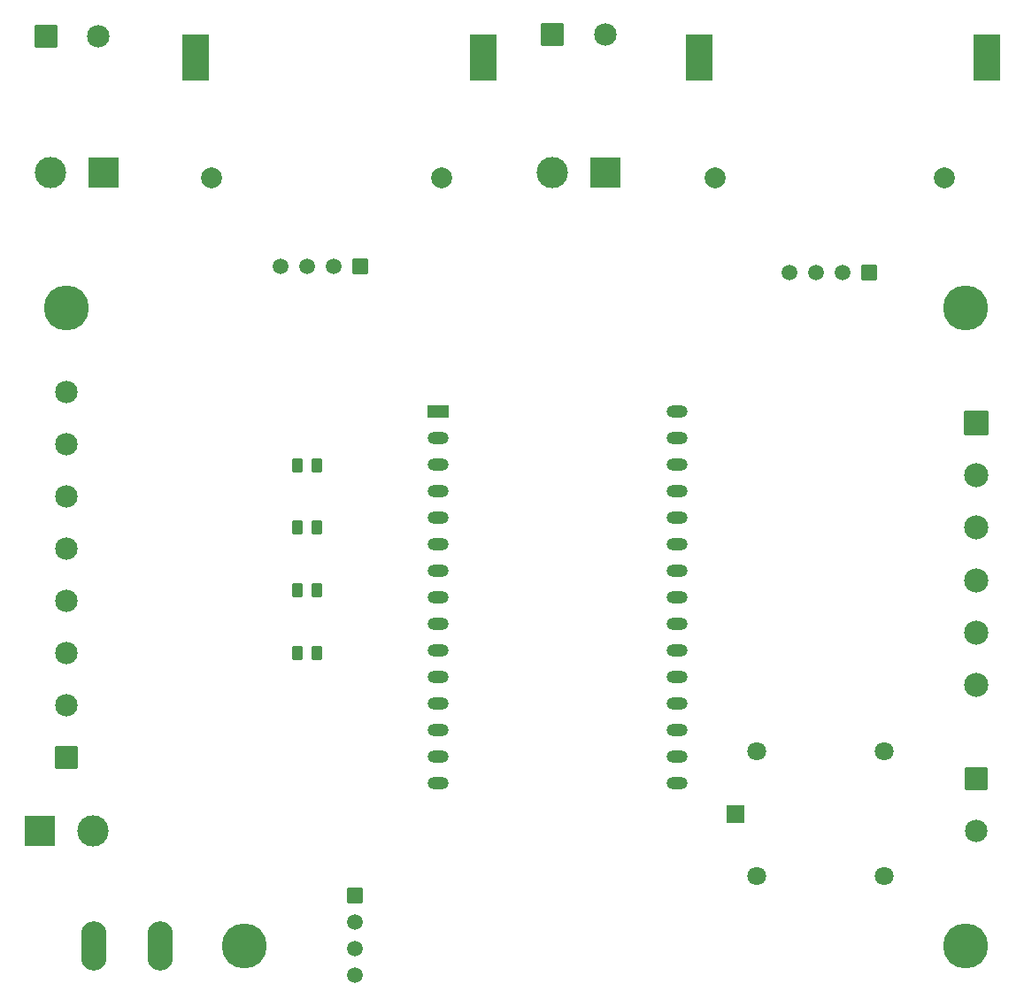
<source format=gbr>
G04 #@! TF.GenerationSoftware,KiCad,Pcbnew,8.0.3*
G04 #@! TF.CreationDate,2024-07-17T14:24:22-06:00*
G04 #@! TF.ProjectId,coilSafety,636f696c-5361-4666-9574-792e6b696361,v2*
G04 #@! TF.SameCoordinates,Original*
G04 #@! TF.FileFunction,Soldermask,Top*
G04 #@! TF.FilePolarity,Negative*
%FSLAX46Y46*%
G04 Gerber Fmt 4.6, Leading zero omitted, Abs format (unit mm)*
G04 Created by KiCad (PCBNEW 8.0.3) date 2024-07-17 14:24:22*
%MOMM*%
%LPD*%
G01*
G04 APERTURE LIST*
G04 Aperture macros list*
%AMRoundRect*
0 Rectangle with rounded corners*
0 $1 Rounding radius*
0 $2 $3 $4 $5 $6 $7 $8 $9 X,Y pos of 4 corners*
0 Add a 4 corners polygon primitive as box body*
4,1,4,$2,$3,$4,$5,$6,$7,$8,$9,$2,$3,0*
0 Add four circle primitives for the rounded corners*
1,1,$1+$1,$2,$3*
1,1,$1+$1,$4,$5*
1,1,$1+$1,$6,$7*
1,1,$1+$1,$8,$9*
0 Add four rect primitives between the rounded corners*
20,1,$1+$1,$2,$3,$4,$5,0*
20,1,$1+$1,$4,$5,$6,$7,0*
20,1,$1+$1,$6,$7,$8,$9,0*
20,1,$1+$1,$8,$9,$2,$3,0*%
G04 Aperture macros list end*
%ADD10RoundRect,0.102000X-0.975000X-0.975000X0.975000X-0.975000X0.975000X0.975000X-0.975000X0.975000X0*%
%ADD11C,2.154000*%
%ADD12R,3.000000X3.000000*%
%ADD13C,3.000000*%
%ADD14C,4.300000*%
%ADD15RoundRect,0.250000X0.262500X0.450000X-0.262500X0.450000X-0.262500X-0.450000X0.262500X-0.450000X0*%
%ADD16C,2.000000*%
%ADD17R,2.500000X4.500000*%
%ADD18RoundRect,0.102000X0.644000X0.644000X-0.644000X0.644000X-0.644000X-0.644000X0.644000X-0.644000X0*%
%ADD19C,1.492000*%
%ADD20RoundRect,0.102000X-0.644000X0.644000X-0.644000X-0.644000X0.644000X-0.644000X0.644000X0.644000X0*%
%ADD21RoundRect,0.102000X0.975000X-0.975000X0.975000X0.975000X-0.975000X0.975000X-0.975000X-0.975000X0*%
%ADD22R,2.000000X1.200000*%
%ADD23O,2.000000X1.200000*%
%ADD24R,1.803400X1.803400*%
%ADD25C,1.803400*%
%ADD26O,2.454000X4.704000*%
%ADD27RoundRect,0.102000X-1.050000X1.050000X-1.050000X-1.050000X1.050000X-1.050000X1.050000X1.050000X0*%
%ADD28C,2.304000*%
%ADD29RoundRect,0.102000X-0.975000X0.975000X-0.975000X-0.975000X0.975000X-0.975000X0.975000X0.975000X0*%
G04 APERTURE END LIST*
D10*
X106000000Y-57000000D03*
D11*
X111000000Y-57000000D03*
D12*
X159540000Y-70000000D03*
D13*
X154460000Y-70000000D03*
D12*
X111540000Y-70000000D03*
D13*
X106460000Y-70000000D03*
D14*
X108000000Y-83000000D03*
D15*
X131912500Y-98000000D03*
X130087500Y-98000000D03*
D10*
X154500000Y-56837500D03*
D11*
X159500000Y-56837500D03*
D16*
X170000000Y-70500000D03*
X192000000Y-70500000D03*
D17*
X196000000Y-59000000D03*
X168500000Y-59000000D03*
D18*
X136080000Y-79000000D03*
D19*
X133540000Y-79000000D03*
X131000000Y-79000000D03*
X128460000Y-79000000D03*
D20*
X135600000Y-139190000D03*
D19*
X135600000Y-141730000D03*
X135600000Y-144270000D03*
X135600000Y-146810000D03*
D21*
X108000000Y-126000000D03*
D11*
X108000000Y-121000000D03*
X108000000Y-116000000D03*
X108000000Y-111000000D03*
X108000000Y-106000000D03*
X108000000Y-101000000D03*
X108000000Y-96000000D03*
X108000000Y-91000000D03*
D12*
X105460000Y-133000000D03*
D13*
X110540000Y-133000000D03*
D14*
X125000000Y-144000000D03*
X194000000Y-83000000D03*
D15*
X131912500Y-104000000D03*
X130087500Y-104000000D03*
X131912500Y-110000000D03*
X130087500Y-110000000D03*
X131912500Y-116000000D03*
X130087500Y-116000000D03*
D22*
X143546000Y-92900260D03*
D23*
X143546000Y-95440260D03*
X143546000Y-97980260D03*
X143546000Y-100520260D03*
X143546000Y-103060260D03*
X143546000Y-105600260D03*
X143546000Y-108140260D03*
X143546000Y-110680260D03*
X143546000Y-113220260D03*
X143546000Y-115760260D03*
X143546000Y-118300260D03*
X143546000Y-120840260D03*
X143546000Y-123380260D03*
X143546000Y-125920260D03*
X143546000Y-128460260D03*
X166406000Y-128460260D03*
X166406000Y-125920260D03*
X166406000Y-123380260D03*
X166406000Y-120840260D03*
X166406000Y-118300260D03*
X166406000Y-115760260D03*
X166406000Y-113220260D03*
X166406000Y-110680260D03*
X166406000Y-108140260D03*
X166406000Y-105600260D03*
X166406000Y-103060260D03*
X166406000Y-100520260D03*
X166406000Y-97980260D03*
X166406000Y-95440260D03*
X166406000Y-92900260D03*
D14*
X194000000Y-144000000D03*
D18*
X184810000Y-79600000D03*
D19*
X182270000Y-79600000D03*
X179730000Y-79600000D03*
X177190000Y-79600000D03*
D24*
X172024400Y-131365000D03*
D25*
X174031000Y-137359400D03*
X186223000Y-137359400D03*
X186223000Y-125370600D03*
X174031000Y-125370600D03*
D26*
X116937500Y-144000000D03*
X110637500Y-144000000D03*
D27*
X195000000Y-94000000D03*
D28*
X195000000Y-99000000D03*
X195000000Y-104000000D03*
X195000000Y-109000000D03*
X195000000Y-114000000D03*
X195000000Y-119000000D03*
D29*
X195000000Y-128000000D03*
D11*
X195000000Y-133000000D03*
D16*
X121837500Y-70500000D03*
X143837500Y-70500000D03*
D17*
X147837500Y-59000000D03*
X120337500Y-59000000D03*
M02*

</source>
